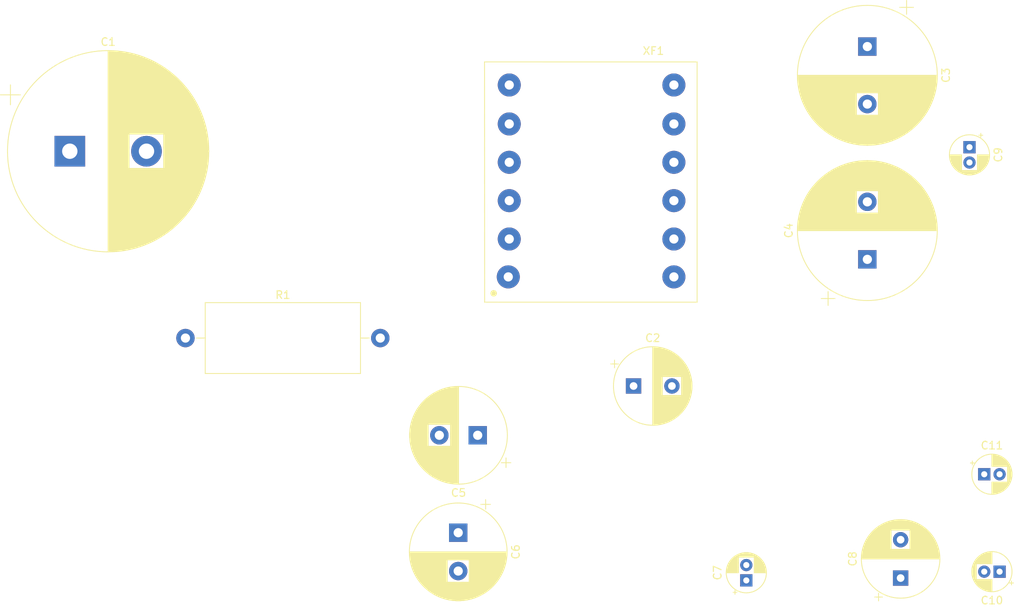
<source format=kicad_pcb>
(kicad_pcb (version 20221018) (generator pcbnew)
  (layers (0 "F.Cu" signal) (31 "B.Cu" signal) (34 "B.Paste" user) (35 "F.Paste" user) (36 "B.SilkS" user "B.Silkscreen") (37 "F.SilkS" user "F.Silkscreen") (38 "B.Mask" user) (39 "F.Mask" user) (44 "Edge.Cuts" user))
  (net 0 "")
  (footprint "Capacitor_THT:CP_Radial_D5.0mm_P2.00mm" (layer "F.Cu") (at 205.2 135.7592 90)
    (fp_text reference "C7" (at 1 -3.75 90) (layer "F.SilkS"))
    (fp_text value "2.2uF 63V")
    (pad "1" thru_hole rect (at 0 0 90) (size 1.6 1.6) (drill 0.8) (layers "*.Cu" "*.Mask"))
    (pad "2" thru_hole circle (at 2 0 90) (size 1.6 1.6) (drill 0.8) (layers "*.Cu" "*.Mask"))
  )
  (footprint "Capacitor_THT:CP_Radial_D12.5mm_P5.00mm" (layer "F.Cu") (at 170.18 116.84 180)
    (fp_text reference "C5" (at 2.5 -7.5) (layer "F.SilkS"))
    (fp_text value "100uF 16V")
    (pad "1" thru_hole rect (at 0 0 180) (size 2.4 2.4) (drill 1.2) (layers "*.Cu" "*.Mask"))
    (pad "2" thru_hole circle (at 5 0 180) (size 2.4 2.4) (drill 1.2) (layers "*.Cu" "*.Mask"))
  )
  (footprint "Capacitor_THT:CP_Radial_D18.0mm_P7.50mm" (layer "F.Cu") (at 220.98 93.9038 90)
    (fp_text reference "C4" (at 3.75 -10.25 90) (layer "F.SilkS"))
    (fp_text value "2200uF 16V")
    (pad "1" thru_hole rect (at 0 0 90) (size 2.4 2.4) (drill 1.2) (layers "*.Cu" "*.Mask"))
    (pad "2" thru_hole circle (at 7.5 0 90) (size 2.4 2.4) (drill 1.2) (layers "*.Cu" "*.Mask"))
  )
  (footprint "Capacitor_THT:CP_Radial_D18.0mm_P7.50mm" (layer "F.Cu") (at 220.98 66.16 -90)
    (fp_text reference "C3" (at 3.75 -10.25 90) (layer "F.SilkS"))
    (fp_text value "2200uF 16V")
    (pad "1" thru_hole rect (at 0 0 270) (size 2.4 2.4) (drill 1.2) (layers "*.Cu" "*.Mask"))
    (pad "2" thru_hole circle (at 7.5 0 270) (size 2.4 2.4) (drill 1.2) (layers "*.Cu" "*.Mask"))
  )
  (footprint "Capacitor_THT:CP_Radial_D5.0mm_P2.00mm" (layer "F.Cu") (at 234.2962 79.28 -90)
    (fp_text reference "C9" (at 1 -3.75 90) (layer "F.SilkS"))
    (fp_text value "10uF 50V")
    (pad "1" thru_hole rect (at 0 0 270) (size 1.6 1.6) (drill 0.8) (layers "*.Cu" "*.Mask"))
    (pad "2" thru_hole circle (at 2 0 270) (size 1.6 1.6) (drill 0.8) (layers "*.Cu" "*.Mask"))
  )
  (footprint "Capacitor_THT:CP_Radial_D12.5mm_P5.00mm" (layer "F.Cu") (at 167.64 129.54 -90)
    (fp_text reference "C6" (at 2.5 -7.5 90) (layer "F.SilkS"))
    (fp_text value "100uF 16V")
    (pad "1" thru_hole rect (at 0 0 270) (size 2.4 2.4) (drill 1.2) (layers "*.Cu" "*.Mask"))
    (pad "2" thru_hole circle (at 5 0 270) (size 2.4 2.4) (drill 1.2) (layers "*.Cu" "*.Mask"))
  )
  (footprint "Capacitor_THT:CP_Radial_D10.0mm_P5.00mm" (layer "F.Cu") (at 190.5 110.4138)
    (fp_text reference "C2" (at 2.5 -6.25) (layer "F.SilkS"))
    (fp_text value "220uF 10V")
    (pad "1" thru_hole rect (at 0 0) (size 2 2) (drill 1) (layers "*.Cu" "*.Mask"))
    (pad "2" thru_hole circle (at 5 0) (size 2 2) (drill 1) (layers "*.Cu" "*.Mask"))
  )
  (footprint "Capacitor_THT:CP_Radial_D26.0mm_P10.00mm_SnapIn" (layer "F.Cu") (at 117 79.8068)
    (fp_text reference "C1" (at 5 -14.25) (layer "F.SilkS"))
    (fp_text value "100uF 385V")
    (pad "1" thru_hole rect (at 0 0) (size 4 4) (drill 2) (layers "*.Cu" "*.Mask"))
    (pad "2" thru_hole circle (at 10 0) (size 4 4) (drill 2) (layers "*.Cu" "*.Mask"))
  )
  (footprint "Capacitor_THT:CP_Radial_D5.0mm_P2.00mm" (layer "F.Cu") (at 236.22 121.92)
    (fp_text reference "C11" (at 1 -3.75) (layer "F.SilkS"))
    (fp_text value "100uF 25V")
    (pad "1" thru_hole rect (at 0 0) (size 1.6 1.6) (drill 0.8) (layers "*.Cu" "*.Mask"))
    (pad "2" thru_hole circle (at 2 0) (size 1.6 1.6) (drill 0.8) (layers "*.Cu" "*.Mask"))
  )
  (footprint "Capacitor_THT:CP_Radial_D10.0mm_P5.00mm" (layer "F.Cu") (at 225.3168 135.4544 90)
    (fp_text reference "C8" (at 2.5 -6.25 90) (layer "F.SilkS"))
    (fp_text value "470uF 25V")
    (pad "1" thru_hole rect (at 0 0 90) (size 2 2) (drill 1) (layers "*.Cu" "*.Mask"))
    (pad "2" thru_hole circle (at 5 0 90) (size 2 2) (drill 1) (layers "*.Cu" "*.Mask"))
  )
  (footprint "Capacitor_THT:CP_Radial_D5.0mm_P2.00mm" (layer "F.Cu") (at 238.22 134.62 180)
    (fp_text reference "C10" (at 1 -3.75) (layer "F.SilkS"))
    (fp_text value "10uF 50V")
    (pad "1" thru_hole rect (at 0 0 180) (size 1.6 1.6) (drill 0.8) (layers "*.Cu" "*.Mask"))
    (pad "2" thru_hole circle (at 2 0 180) (size 1.6 1.6) (drill 0.8) (layers "*.Cu" "*.Mask"))
  )
  (footprint "Resistor_THT:R_Axial_DIN0922_L20.0mm_D9.0mm_P25.40mm_Horizontal" (layer "F.Cu") (at 132.08 104.1654)
    (fp_text reference "R1" (at 12.7 -5.62) (layer "F.SilkS"))
    (fp_text value "8k2")
    (pad "1" thru_hole circle (at 0 0) (size 2.4 2.4) (drill 1.2) (layers "*.Cu" "*.Mask"))
    (pad "2" thru_hole oval (at 25.4 0) (size 2.4 2.4) (drill 1.2) (layers "*.Cu" "*.Mask"))
  )
  (footprint "CPC1-PSU:Transformer" (layer "F.Cu") (at 184.4548 83.7908)
    (fp_text reference "XF1" (at 8.636 -17.062) (layer "F.SilkS"))
    (fp_text value "XFMR")
    (pad "1" thru_hole circle (at -10.287 12.399) (size 3 3) (drill 1.2) (layers "*.Cu" "*.Mask"))
    (pad "2" thru_hole circle (at -10.16 7.46) (size 3 3) (drill 1.2) (layers "*.Cu" "*.Mask"))
    (pad "3" thru_hole circle (at -10.16 2.46) (size 3 3) (drill 1.2) (layers "*.Cu" "*.Mask"))
    (pad "4" thru_hole circle (at -10.16 -2.54) (size 3 3) (drill 1.2) (layers "*.Cu" "*.Mask"))
    (pad "5" thru_hole circle (at -10.16 -7.54) (size 3 3) (drill 1.2) (layers "*.Cu" "*.Mask"))
    (pad "6" thru_hole circle (at -10.16 -12.62) (size 3 3) (drill 1.2) (layers "*.Cu" "*.Mask"))
    (pad "7" thru_hole circle (at 11.303 -12.62) (size 3 3) (drill 1.2) (layers "*.Cu" "*.Mask"))
    (pad "8" thru_hole circle (at 11.303 -7.54) (size 3 3) (drill 1.2) (layers "*.Cu" "*.Mask"))
    (pad "9" thru_hole circle (at 11.303 -2.54) (size 3 3) (drill 1.2) (layers "*.Cu" "*.Mask"))
    (pad "10" thru_hole circle (at 11.303 2.46) (size 3 3) (drill 1.2) (layers "*.Cu" "*.Mask"))
    (pad "11" thru_hole circle (at 11.303 7.46) (size 3 3) (drill 1.2) (layers "*.Cu" "*.Mask"))
    (pad "12" thru_hole circle (at 11.303 12.399) (size 3 3) (drill 1.2) (layers "*.Cu" "*.Mask"))
  )
)
</source>
